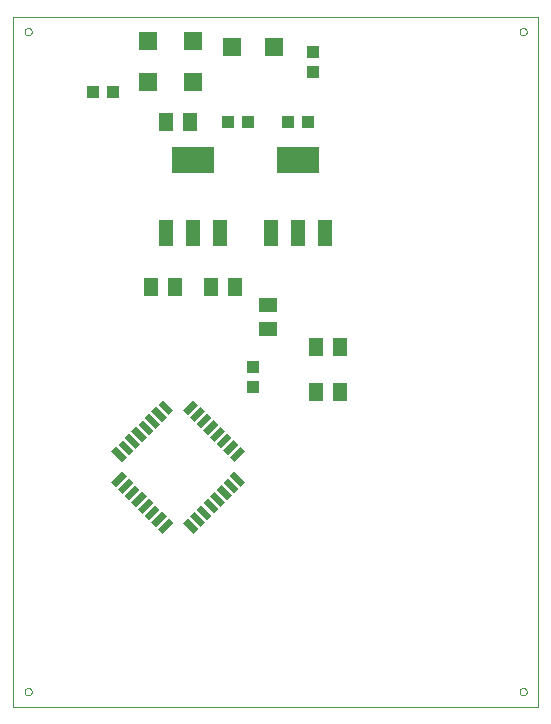
<source format=gtp>
G75*
G70*
%OFA0B0*%
%FSLAX24Y24*%
%IPPOS*%
%LPD*%
%AMOC8*
5,1,8,0,0,1.08239X$1,22.5*
%
%ADD10C,0.0000*%
%ADD11R,0.0500X0.0220*%
%ADD12R,0.0220X0.0500*%
%ADD13R,0.0480X0.0880*%
%ADD14R,0.1417X0.0866*%
%ADD15R,0.0512X0.0630*%
%ADD16R,0.0630X0.0512*%
%ADD17R,0.0394X0.0433*%
%ADD18R,0.0433X0.0394*%
%ADD19R,0.0591X0.0591*%
D10*
X000150Y000150D02*
X000150Y023150D01*
X017650Y023150D01*
X017650Y000150D01*
X000150Y000150D01*
X000532Y000650D02*
X000534Y000671D01*
X000540Y000691D01*
X000549Y000711D01*
X000561Y000728D01*
X000576Y000742D01*
X000594Y000754D01*
X000614Y000762D01*
X000634Y000767D01*
X000655Y000768D01*
X000676Y000765D01*
X000696Y000759D01*
X000715Y000748D01*
X000732Y000735D01*
X000745Y000719D01*
X000756Y000701D01*
X000764Y000681D01*
X000768Y000661D01*
X000768Y000639D01*
X000764Y000619D01*
X000756Y000599D01*
X000745Y000581D01*
X000732Y000565D01*
X000715Y000552D01*
X000696Y000541D01*
X000676Y000535D01*
X000655Y000532D01*
X000634Y000533D01*
X000614Y000538D01*
X000594Y000546D01*
X000576Y000558D01*
X000561Y000572D01*
X000549Y000589D01*
X000540Y000609D01*
X000534Y000629D01*
X000532Y000650D01*
X017032Y000650D02*
X017034Y000671D01*
X017040Y000691D01*
X017049Y000711D01*
X017061Y000728D01*
X017076Y000742D01*
X017094Y000754D01*
X017114Y000762D01*
X017134Y000767D01*
X017155Y000768D01*
X017176Y000765D01*
X017196Y000759D01*
X017215Y000748D01*
X017232Y000735D01*
X017245Y000719D01*
X017256Y000701D01*
X017264Y000681D01*
X017268Y000661D01*
X017268Y000639D01*
X017264Y000619D01*
X017256Y000599D01*
X017245Y000581D01*
X017232Y000565D01*
X017215Y000552D01*
X017196Y000541D01*
X017176Y000535D01*
X017155Y000532D01*
X017134Y000533D01*
X017114Y000538D01*
X017094Y000546D01*
X017076Y000558D01*
X017061Y000572D01*
X017049Y000589D01*
X017040Y000609D01*
X017034Y000629D01*
X017032Y000650D01*
X017032Y022650D02*
X017034Y022671D01*
X017040Y022691D01*
X017049Y022711D01*
X017061Y022728D01*
X017076Y022742D01*
X017094Y022754D01*
X017114Y022762D01*
X017134Y022767D01*
X017155Y022768D01*
X017176Y022765D01*
X017196Y022759D01*
X017215Y022748D01*
X017232Y022735D01*
X017245Y022719D01*
X017256Y022701D01*
X017264Y022681D01*
X017268Y022661D01*
X017268Y022639D01*
X017264Y022619D01*
X017256Y022599D01*
X017245Y022581D01*
X017232Y022565D01*
X017215Y022552D01*
X017196Y022541D01*
X017176Y022535D01*
X017155Y022532D01*
X017134Y022533D01*
X017114Y022538D01*
X017094Y022546D01*
X017076Y022558D01*
X017061Y022572D01*
X017049Y022589D01*
X017040Y022609D01*
X017034Y022629D01*
X017032Y022650D01*
X000532Y022650D02*
X000534Y022671D01*
X000540Y022691D01*
X000549Y022711D01*
X000561Y022728D01*
X000576Y022742D01*
X000594Y022754D01*
X000614Y022762D01*
X000634Y022767D01*
X000655Y022768D01*
X000676Y022765D01*
X000696Y022759D01*
X000715Y022748D01*
X000732Y022735D01*
X000745Y022719D01*
X000756Y022701D01*
X000764Y022681D01*
X000768Y022661D01*
X000768Y022639D01*
X000764Y022619D01*
X000756Y022599D01*
X000745Y022581D01*
X000732Y022565D01*
X000715Y022552D01*
X000696Y022541D01*
X000676Y022535D01*
X000655Y022532D01*
X000634Y022533D01*
X000614Y022538D01*
X000594Y022546D01*
X000576Y022558D01*
X000561Y022572D01*
X000549Y022589D01*
X000540Y022609D01*
X000534Y022629D01*
X000532Y022650D01*
D11*
G36*
X005808Y010026D02*
X006160Y010379D01*
X006316Y010224D01*
X005964Y009871D01*
X005808Y010026D01*
G37*
G36*
X006031Y009804D02*
X006383Y010157D01*
X006539Y010002D01*
X006187Y009649D01*
X006031Y009804D01*
G37*
G36*
X006254Y009582D02*
X006606Y009935D01*
X006762Y009780D01*
X006410Y009427D01*
X006254Y009582D01*
G37*
G36*
X006477Y009359D02*
X006829Y009712D01*
X006985Y009557D01*
X006633Y009204D01*
X006477Y009359D01*
G37*
G36*
X006700Y009137D02*
X007052Y009490D01*
X007208Y009335D01*
X006856Y008982D01*
X006700Y009137D01*
G37*
G36*
X006924Y008915D02*
X007276Y009268D01*
X007432Y009113D01*
X007080Y008760D01*
X006924Y008915D01*
G37*
G36*
X007147Y008692D02*
X007499Y009045D01*
X007655Y008890D01*
X007303Y008537D01*
X007147Y008692D01*
G37*
G36*
X007370Y008470D02*
X007722Y008823D01*
X007878Y008668D01*
X007526Y008315D01*
X007370Y008470D01*
G37*
G36*
X004984Y006076D02*
X005336Y006429D01*
X005492Y006274D01*
X005140Y005921D01*
X004984Y006076D01*
G37*
G36*
X004761Y006298D02*
X005113Y006651D01*
X005269Y006496D01*
X004917Y006143D01*
X004761Y006298D01*
G37*
G36*
X004538Y006520D02*
X004890Y006873D01*
X005046Y006718D01*
X004694Y006365D01*
X004538Y006520D01*
G37*
G36*
X004315Y006743D02*
X004667Y007096D01*
X004823Y006941D01*
X004471Y006588D01*
X004315Y006743D01*
G37*
G36*
X004092Y006965D02*
X004444Y007318D01*
X004600Y007163D01*
X004248Y006810D01*
X004092Y006965D01*
G37*
G36*
X003868Y007187D02*
X004220Y007540D01*
X004376Y007385D01*
X004024Y007032D01*
X003868Y007187D01*
G37*
G36*
X003645Y007410D02*
X003997Y007763D01*
X004153Y007608D01*
X003801Y007255D01*
X003645Y007410D01*
G37*
G36*
X003422Y007632D02*
X003774Y007985D01*
X003930Y007830D01*
X003578Y007477D01*
X003422Y007632D01*
G37*
D12*
G36*
X003421Y008660D02*
X003576Y008816D01*
X003929Y008464D01*
X003774Y008308D01*
X003421Y008660D01*
G37*
G36*
X003643Y008883D02*
X003798Y009039D01*
X004151Y008687D01*
X003996Y008531D01*
X003643Y008883D01*
G37*
G36*
X003865Y009106D02*
X004020Y009262D01*
X004373Y008910D01*
X004218Y008754D01*
X003865Y009106D01*
G37*
G36*
X004088Y009329D02*
X004243Y009485D01*
X004596Y009133D01*
X004441Y008977D01*
X004088Y009329D01*
G37*
G36*
X004310Y009552D02*
X004465Y009708D01*
X004818Y009356D01*
X004663Y009200D01*
X004310Y009552D01*
G37*
G36*
X004532Y009776D02*
X004687Y009932D01*
X005040Y009580D01*
X004885Y009424D01*
X004532Y009776D01*
G37*
G36*
X004755Y009999D02*
X004910Y010155D01*
X005263Y009803D01*
X005108Y009647D01*
X004755Y009999D01*
G37*
G36*
X004977Y010222D02*
X005132Y010378D01*
X005485Y010026D01*
X005330Y009870D01*
X004977Y010222D01*
G37*
G36*
X006927Y007390D02*
X007082Y007546D01*
X007435Y007194D01*
X007280Y007038D01*
X006927Y007390D01*
G37*
G36*
X006704Y007167D02*
X006859Y007323D01*
X007212Y006971D01*
X007057Y006815D01*
X006704Y007167D01*
G37*
G36*
X006482Y006944D02*
X006637Y007100D01*
X006990Y006748D01*
X006835Y006592D01*
X006482Y006944D01*
G37*
G36*
X006260Y006720D02*
X006415Y006876D01*
X006768Y006524D01*
X006613Y006368D01*
X006260Y006720D01*
G37*
G36*
X006037Y006497D02*
X006192Y006653D01*
X006545Y006301D01*
X006390Y006145D01*
X006037Y006497D01*
G37*
G36*
X005815Y006274D02*
X005970Y006430D01*
X006323Y006078D01*
X006168Y005922D01*
X005815Y006274D01*
G37*
G36*
X007149Y007613D02*
X007304Y007769D01*
X007657Y007417D01*
X007502Y007261D01*
X007149Y007613D01*
G37*
G36*
X007371Y007836D02*
X007526Y007992D01*
X007879Y007640D01*
X007724Y007484D01*
X007371Y007836D01*
G37*
D13*
X007060Y015930D03*
X006150Y015930D03*
X005240Y015930D03*
X008740Y015930D03*
X009650Y015930D03*
X010560Y015930D03*
D14*
X009650Y018370D03*
X006150Y018370D03*
D15*
X006044Y019650D03*
X005256Y019650D03*
X005544Y014150D03*
X004756Y014150D03*
X006756Y014150D03*
X007544Y014150D03*
X010256Y012150D03*
X011044Y012150D03*
X011044Y010650D03*
X010256Y010650D03*
D16*
X008650Y012756D03*
X008650Y013544D03*
D17*
X007985Y019650D03*
X007315Y019650D03*
X009315Y019650D03*
X009985Y019650D03*
X003485Y020650D03*
X002815Y020650D03*
D18*
X008150Y011485D03*
X008150Y010815D03*
X010150Y021315D03*
X010150Y021985D03*
D19*
X008839Y022150D03*
X007461Y022150D03*
X006150Y022339D03*
X006150Y020961D03*
X004650Y020961D03*
X004650Y022339D03*
M02*

</source>
